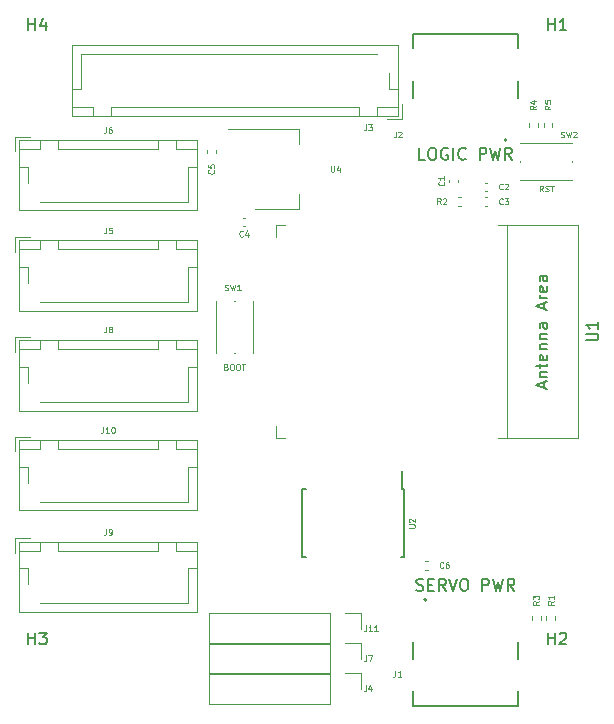
<source format=gbr>
%TF.GenerationSoftware,KiCad,Pcbnew,(6.0.0-0)*%
%TF.CreationDate,2022-12-18T13:40:03+01:00*%
%TF.ProjectId,ProtoBoardSE,50726f74-6f42-46f6-9172-6453452e6b69,rev?*%
%TF.SameCoordinates,Original*%
%TF.FileFunction,Legend,Top*%
%TF.FilePolarity,Positive*%
%FSLAX46Y46*%
G04 Gerber Fmt 4.6, Leading zero omitted, Abs format (unit mm)*
G04 Created by KiCad (PCBNEW (6.0.0-0)) date 2022-12-18 13:40:03*
%MOMM*%
%LPD*%
G01*
G04 APERTURE LIST*
%ADD10C,0.100000*%
%ADD11C,0.150000*%
%ADD12C,0.120000*%
%ADD13C,0.127000*%
%ADD14C,0.200000*%
G04 APERTURE END LIST*
D10*
X178010428Y-57749285D02*
X178081857Y-57773095D01*
X178105666Y-57796904D01*
X178129476Y-57844523D01*
X178129476Y-57915952D01*
X178105666Y-57963571D01*
X178081857Y-57987380D01*
X178034238Y-58011190D01*
X177843761Y-58011190D01*
X177843761Y-57511190D01*
X178010428Y-57511190D01*
X178058047Y-57535000D01*
X178081857Y-57558809D01*
X178105666Y-57606428D01*
X178105666Y-57654047D01*
X178081857Y-57701666D01*
X178058047Y-57725476D01*
X178010428Y-57749285D01*
X177843761Y-57749285D01*
X178439000Y-57511190D02*
X178534238Y-57511190D01*
X178581857Y-57535000D01*
X178629476Y-57582619D01*
X178653285Y-57677857D01*
X178653285Y-57844523D01*
X178629476Y-57939761D01*
X178581857Y-57987380D01*
X178534238Y-58011190D01*
X178439000Y-58011190D01*
X178391380Y-57987380D01*
X178343761Y-57939761D01*
X178319952Y-57844523D01*
X178319952Y-57677857D01*
X178343761Y-57582619D01*
X178391380Y-57535000D01*
X178439000Y-57511190D01*
X178962809Y-57511190D02*
X179058047Y-57511190D01*
X179105666Y-57535000D01*
X179153285Y-57582619D01*
X179177095Y-57677857D01*
X179177095Y-57844523D01*
X179153285Y-57939761D01*
X179105666Y-57987380D01*
X179058047Y-58011190D01*
X178962809Y-58011190D01*
X178915190Y-57987380D01*
X178867571Y-57939761D01*
X178843761Y-57844523D01*
X178843761Y-57677857D01*
X178867571Y-57582619D01*
X178915190Y-57535000D01*
X178962809Y-57511190D01*
X179319952Y-57511190D02*
X179605666Y-57511190D01*
X179462809Y-58011190D02*
X179462809Y-57511190D01*
D11*
X194842238Y-40203380D02*
X194366047Y-40203380D01*
X194366047Y-39203380D01*
X195366047Y-39203380D02*
X195556523Y-39203380D01*
X195651761Y-39251000D01*
X195747000Y-39346238D01*
X195794619Y-39536714D01*
X195794619Y-39870047D01*
X195747000Y-40060523D01*
X195651761Y-40155761D01*
X195556523Y-40203380D01*
X195366047Y-40203380D01*
X195270809Y-40155761D01*
X195175571Y-40060523D01*
X195127952Y-39870047D01*
X195127952Y-39536714D01*
X195175571Y-39346238D01*
X195270809Y-39251000D01*
X195366047Y-39203380D01*
X196747000Y-39251000D02*
X196651761Y-39203380D01*
X196508904Y-39203380D01*
X196366047Y-39251000D01*
X196270809Y-39346238D01*
X196223190Y-39441476D01*
X196175571Y-39631952D01*
X196175571Y-39774809D01*
X196223190Y-39965285D01*
X196270809Y-40060523D01*
X196366047Y-40155761D01*
X196508904Y-40203380D01*
X196604142Y-40203380D01*
X196747000Y-40155761D01*
X196794619Y-40108142D01*
X196794619Y-39774809D01*
X196604142Y-39774809D01*
X197223190Y-40203380D02*
X197223190Y-39203380D01*
X198270809Y-40108142D02*
X198223190Y-40155761D01*
X198080333Y-40203380D01*
X197985095Y-40203380D01*
X197842238Y-40155761D01*
X197747000Y-40060523D01*
X197699380Y-39965285D01*
X197651761Y-39774809D01*
X197651761Y-39631952D01*
X197699380Y-39441476D01*
X197747000Y-39346238D01*
X197842238Y-39251000D01*
X197985095Y-39203380D01*
X198080333Y-39203380D01*
X198223190Y-39251000D01*
X198270809Y-39298619D01*
X199461285Y-40203380D02*
X199461285Y-39203380D01*
X199842238Y-39203380D01*
X199937476Y-39251000D01*
X199985095Y-39298619D01*
X200032714Y-39393857D01*
X200032714Y-39536714D01*
X199985095Y-39631952D01*
X199937476Y-39679571D01*
X199842238Y-39727190D01*
X199461285Y-39727190D01*
X200366047Y-39203380D02*
X200604142Y-40203380D01*
X200794619Y-39489095D01*
X200985095Y-40203380D01*
X201223190Y-39203380D01*
X202175571Y-40203380D02*
X201842238Y-39727190D01*
X201604142Y-40203380D02*
X201604142Y-39203380D01*
X201985095Y-39203380D01*
X202080333Y-39251000D01*
X202127952Y-39298619D01*
X202175571Y-39393857D01*
X202175571Y-39536714D01*
X202127952Y-39631952D01*
X202080333Y-39679571D01*
X201985095Y-39727190D01*
X201604142Y-39727190D01*
D10*
X204831190Y-42898190D02*
X204664523Y-42660095D01*
X204545476Y-42898190D02*
X204545476Y-42398190D01*
X204735952Y-42398190D01*
X204783571Y-42422000D01*
X204807380Y-42445809D01*
X204831190Y-42493428D01*
X204831190Y-42564857D01*
X204807380Y-42612476D01*
X204783571Y-42636285D01*
X204735952Y-42660095D01*
X204545476Y-42660095D01*
X205021666Y-42874380D02*
X205093095Y-42898190D01*
X205212142Y-42898190D01*
X205259761Y-42874380D01*
X205283571Y-42850571D01*
X205307380Y-42802952D01*
X205307380Y-42755333D01*
X205283571Y-42707714D01*
X205259761Y-42683904D01*
X205212142Y-42660095D01*
X205116904Y-42636285D01*
X205069285Y-42612476D01*
X205045476Y-42588666D01*
X205021666Y-42541047D01*
X205021666Y-42493428D01*
X205045476Y-42445809D01*
X205069285Y-42422000D01*
X205116904Y-42398190D01*
X205235952Y-42398190D01*
X205307380Y-42422000D01*
X205450238Y-42398190D02*
X205735952Y-42398190D01*
X205593095Y-42898190D02*
X205593095Y-42398190D01*
D11*
X194107142Y-76654761D02*
X194250000Y-76702380D01*
X194488095Y-76702380D01*
X194583333Y-76654761D01*
X194630952Y-76607142D01*
X194678571Y-76511904D01*
X194678571Y-76416666D01*
X194630952Y-76321428D01*
X194583333Y-76273809D01*
X194488095Y-76226190D01*
X194297619Y-76178571D01*
X194202380Y-76130952D01*
X194154761Y-76083333D01*
X194107142Y-75988095D01*
X194107142Y-75892857D01*
X194154761Y-75797619D01*
X194202380Y-75750000D01*
X194297619Y-75702380D01*
X194535714Y-75702380D01*
X194678571Y-75750000D01*
X195107142Y-76178571D02*
X195440476Y-76178571D01*
X195583333Y-76702380D02*
X195107142Y-76702380D01*
X195107142Y-75702380D01*
X195583333Y-75702380D01*
X196583333Y-76702380D02*
X196250000Y-76226190D01*
X196011904Y-76702380D02*
X196011904Y-75702380D01*
X196392857Y-75702380D01*
X196488095Y-75750000D01*
X196535714Y-75797619D01*
X196583333Y-75892857D01*
X196583333Y-76035714D01*
X196535714Y-76130952D01*
X196488095Y-76178571D01*
X196392857Y-76226190D01*
X196011904Y-76226190D01*
X196869047Y-75702380D02*
X197202380Y-76702380D01*
X197535714Y-75702380D01*
X198059523Y-75702380D02*
X198250000Y-75702380D01*
X198345238Y-75750000D01*
X198440476Y-75845238D01*
X198488095Y-76035714D01*
X198488095Y-76369047D01*
X198440476Y-76559523D01*
X198345238Y-76654761D01*
X198250000Y-76702380D01*
X198059523Y-76702380D01*
X197964285Y-76654761D01*
X197869047Y-76559523D01*
X197821428Y-76369047D01*
X197821428Y-76035714D01*
X197869047Y-75845238D01*
X197964285Y-75750000D01*
X198059523Y-75702380D01*
X199678571Y-76702380D02*
X199678571Y-75702380D01*
X200059523Y-75702380D01*
X200154761Y-75750000D01*
X200202380Y-75797619D01*
X200250000Y-75892857D01*
X200250000Y-76035714D01*
X200202380Y-76130952D01*
X200154761Y-76178571D01*
X200059523Y-76226190D01*
X199678571Y-76226190D01*
X200583333Y-75702380D02*
X200821428Y-76702380D01*
X201011904Y-75988095D01*
X201202380Y-76702380D01*
X201440476Y-75702380D01*
X202392857Y-76702380D02*
X202059523Y-76226190D01*
X201821428Y-76702380D02*
X201821428Y-75702380D01*
X202202380Y-75702380D01*
X202297619Y-75750000D01*
X202345238Y-75797619D01*
X202392857Y-75892857D01*
X202392857Y-76035714D01*
X202345238Y-76130952D01*
X202297619Y-76178571D01*
X202202380Y-76226190D01*
X201821428Y-76226190D01*
%TO.C,H4*%
X161238095Y-29252380D02*
X161238095Y-28252380D01*
X161238095Y-28728571D02*
X161809523Y-28728571D01*
X161809523Y-29252380D02*
X161809523Y-28252380D01*
X162714285Y-28585714D02*
X162714285Y-29252380D01*
X162476190Y-28204761D02*
X162238095Y-28919047D01*
X162857142Y-28919047D01*
%TO.C,H3*%
X161238095Y-81252380D02*
X161238095Y-80252380D01*
X161238095Y-80728571D02*
X161809523Y-80728571D01*
X161809523Y-81252380D02*
X161809523Y-80252380D01*
X162190476Y-80252380D02*
X162809523Y-80252380D01*
X162476190Y-80633333D01*
X162619047Y-80633333D01*
X162714285Y-80680952D01*
X162761904Y-80728571D01*
X162809523Y-80823809D01*
X162809523Y-81061904D01*
X162761904Y-81157142D01*
X162714285Y-81204761D01*
X162619047Y-81252380D01*
X162333333Y-81252380D01*
X162238095Y-81204761D01*
X162190476Y-81157142D01*
%TO.C,H2*%
X205238095Y-81252380D02*
X205238095Y-80252380D01*
X205238095Y-80728571D02*
X205809523Y-80728571D01*
X205809523Y-81252380D02*
X205809523Y-80252380D01*
X206238095Y-80347619D02*
X206285714Y-80300000D01*
X206380952Y-80252380D01*
X206619047Y-80252380D01*
X206714285Y-80300000D01*
X206761904Y-80347619D01*
X206809523Y-80442857D01*
X206809523Y-80538095D01*
X206761904Y-80680952D01*
X206190476Y-81252380D01*
X206809523Y-81252380D01*
%TO.C,H1*%
X205238095Y-29252380D02*
X205238095Y-28252380D01*
X205238095Y-28728571D02*
X205809523Y-28728571D01*
X205809523Y-29252380D02*
X205809523Y-28252380D01*
X206809523Y-29252380D02*
X206238095Y-29252380D01*
X206523809Y-29252380D02*
X206523809Y-28252380D01*
X206428571Y-28395238D01*
X206333333Y-28490476D01*
X206238095Y-28538095D01*
D10*
%TO.C,J5*%
X167833333Y-45954190D02*
X167833333Y-46311333D01*
X167809523Y-46382761D01*
X167761904Y-46430380D01*
X167690476Y-46454190D01*
X167642857Y-46454190D01*
X168309523Y-45954190D02*
X168071428Y-45954190D01*
X168047619Y-46192285D01*
X168071428Y-46168476D01*
X168119047Y-46144666D01*
X168238095Y-46144666D01*
X168285714Y-46168476D01*
X168309523Y-46192285D01*
X168333333Y-46239904D01*
X168333333Y-46358952D01*
X168309523Y-46406571D01*
X168285714Y-46430380D01*
X168238095Y-46454190D01*
X168119047Y-46454190D01*
X168071428Y-46430380D01*
X168047619Y-46406571D01*
%TO.C,C3*%
X201416666Y-43928571D02*
X201392857Y-43952380D01*
X201321428Y-43976190D01*
X201273809Y-43976190D01*
X201202380Y-43952380D01*
X201154761Y-43904761D01*
X201130952Y-43857142D01*
X201107142Y-43761904D01*
X201107142Y-43690476D01*
X201130952Y-43595238D01*
X201154761Y-43547619D01*
X201202380Y-43500000D01*
X201273809Y-43476190D01*
X201321428Y-43476190D01*
X201392857Y-43500000D01*
X201416666Y-43523809D01*
X201583333Y-43476190D02*
X201892857Y-43476190D01*
X201726190Y-43666666D01*
X201797619Y-43666666D01*
X201845238Y-43690476D01*
X201869047Y-43714285D01*
X201892857Y-43761904D01*
X201892857Y-43880952D01*
X201869047Y-43928571D01*
X201845238Y-43952380D01*
X201797619Y-43976190D01*
X201654761Y-43976190D01*
X201607142Y-43952380D01*
X201583333Y-43928571D01*
%TO.C,C1*%
X196428571Y-42083333D02*
X196452380Y-42107142D01*
X196476190Y-42178571D01*
X196476190Y-42226190D01*
X196452380Y-42297619D01*
X196404761Y-42345238D01*
X196357142Y-42369047D01*
X196261904Y-42392857D01*
X196190476Y-42392857D01*
X196095238Y-42369047D01*
X196047619Y-42345238D01*
X196000000Y-42297619D01*
X195976190Y-42226190D01*
X195976190Y-42178571D01*
X196000000Y-42107142D01*
X196023809Y-42083333D01*
X196476190Y-41607142D02*
X196476190Y-41892857D01*
X196476190Y-41750000D02*
X195976190Y-41750000D01*
X196047619Y-41797619D01*
X196095238Y-41845238D01*
X196119047Y-41892857D01*
%TO.C,U4*%
X186869047Y-40726190D02*
X186869047Y-41130952D01*
X186892857Y-41178571D01*
X186916666Y-41202380D01*
X186964285Y-41226190D01*
X187059523Y-41226190D01*
X187107142Y-41202380D01*
X187130952Y-41178571D01*
X187154761Y-41130952D01*
X187154761Y-40726190D01*
X187607142Y-40892857D02*
X187607142Y-41226190D01*
X187488095Y-40702380D02*
X187369047Y-41059523D01*
X187678571Y-41059523D01*
%TO.C,J1*%
X192333333Y-83476190D02*
X192333333Y-83833333D01*
X192309523Y-83904761D01*
X192261904Y-83952380D01*
X192190476Y-83976190D01*
X192142857Y-83976190D01*
X192833333Y-83976190D02*
X192547619Y-83976190D01*
X192690476Y-83976190D02*
X192690476Y-83476190D01*
X192642857Y-83547619D01*
X192595238Y-83595238D01*
X192547619Y-83619047D01*
%TO.C,J10*%
X167595238Y-62845190D02*
X167595238Y-63202333D01*
X167571428Y-63273761D01*
X167523809Y-63321380D01*
X167452380Y-63345190D01*
X167404761Y-63345190D01*
X168095238Y-63345190D02*
X167809523Y-63345190D01*
X167952380Y-63345190D02*
X167952380Y-62845190D01*
X167904761Y-62916619D01*
X167857142Y-62964238D01*
X167809523Y-62988047D01*
X168404761Y-62845190D02*
X168452380Y-62845190D01*
X168500000Y-62869000D01*
X168523809Y-62892809D01*
X168547619Y-62940428D01*
X168571428Y-63035666D01*
X168571428Y-63154714D01*
X168547619Y-63249952D01*
X168523809Y-63297571D01*
X168500000Y-63321380D01*
X168452380Y-63345190D01*
X168404761Y-63345190D01*
X168357142Y-63321380D01*
X168333333Y-63297571D01*
X168309523Y-63249952D01*
X168285714Y-63154714D01*
X168285714Y-63035666D01*
X168309523Y-62940428D01*
X168333333Y-62892809D01*
X168357142Y-62869000D01*
X168404761Y-62845190D01*
%TO.C,SW1*%
X177895333Y-51256380D02*
X177966761Y-51280190D01*
X178085809Y-51280190D01*
X178133428Y-51256380D01*
X178157238Y-51232571D01*
X178181047Y-51184952D01*
X178181047Y-51137333D01*
X178157238Y-51089714D01*
X178133428Y-51065904D01*
X178085809Y-51042095D01*
X177990571Y-51018285D01*
X177942952Y-50994476D01*
X177919142Y-50970666D01*
X177895333Y-50923047D01*
X177895333Y-50875428D01*
X177919142Y-50827809D01*
X177942952Y-50804000D01*
X177990571Y-50780190D01*
X178109619Y-50780190D01*
X178181047Y-50804000D01*
X178347714Y-50780190D02*
X178466761Y-51280190D01*
X178562000Y-50923047D01*
X178657238Y-51280190D01*
X178776285Y-50780190D01*
X179228666Y-51280190D02*
X178942952Y-51280190D01*
X179085809Y-51280190D02*
X179085809Y-50780190D01*
X179038190Y-50851619D01*
X178990571Y-50899238D01*
X178942952Y-50923047D01*
%TO.C,J7*%
X189833333Y-82186190D02*
X189833333Y-82543333D01*
X189809523Y-82614761D01*
X189761904Y-82662380D01*
X189690476Y-82686190D01*
X189642857Y-82686190D01*
X190023809Y-82186190D02*
X190357142Y-82186190D01*
X190142857Y-82686190D01*
%TO.C,J11*%
X189845238Y-79646190D02*
X189845238Y-80003333D01*
X189821428Y-80074761D01*
X189773809Y-80122380D01*
X189702380Y-80146190D01*
X189654761Y-80146190D01*
X190345238Y-80146190D02*
X190059523Y-80146190D01*
X190202380Y-80146190D02*
X190202380Y-79646190D01*
X190154761Y-79717619D01*
X190107142Y-79765238D01*
X190059523Y-79789047D01*
X190821428Y-80146190D02*
X190535714Y-80146190D01*
X190678571Y-80146190D02*
X190678571Y-79646190D01*
X190630952Y-79717619D01*
X190583333Y-79765238D01*
X190535714Y-79789047D01*
%TO.C,U2*%
X193476190Y-71380952D02*
X193880952Y-71380952D01*
X193928571Y-71357142D01*
X193952380Y-71333333D01*
X193976190Y-71285714D01*
X193976190Y-71190476D01*
X193952380Y-71142857D01*
X193928571Y-71119047D01*
X193880952Y-71095238D01*
X193476190Y-71095238D01*
X193523809Y-70880952D02*
X193500000Y-70857142D01*
X193476190Y-70809523D01*
X193476190Y-70690476D01*
X193500000Y-70642857D01*
X193523809Y-70619047D01*
X193571428Y-70595238D01*
X193619047Y-70595238D01*
X193690476Y-70619047D01*
X193976190Y-70904761D01*
X193976190Y-70595238D01*
%TO.C,R1*%
X205726190Y-77583333D02*
X205488095Y-77750000D01*
X205726190Y-77869047D02*
X205226190Y-77869047D01*
X205226190Y-77678571D01*
X205250000Y-77630952D01*
X205273809Y-77607142D01*
X205321428Y-77583333D01*
X205392857Y-77583333D01*
X205440476Y-77607142D01*
X205464285Y-77630952D01*
X205488095Y-77678571D01*
X205488095Y-77869047D01*
X205726190Y-77107142D02*
X205726190Y-77392857D01*
X205726190Y-77250000D02*
X205226190Y-77250000D01*
X205297619Y-77297619D01*
X205345238Y-77345238D01*
X205369047Y-77392857D01*
%TO.C,R2*%
X196166666Y-43976190D02*
X196000000Y-43738095D01*
X195880952Y-43976190D02*
X195880952Y-43476190D01*
X196071428Y-43476190D01*
X196119047Y-43500000D01*
X196142857Y-43523809D01*
X196166666Y-43571428D01*
X196166666Y-43642857D01*
X196142857Y-43690476D01*
X196119047Y-43714285D01*
X196071428Y-43738095D01*
X195880952Y-43738095D01*
X196357142Y-43523809D02*
X196380952Y-43500000D01*
X196428571Y-43476190D01*
X196547619Y-43476190D01*
X196595238Y-43500000D01*
X196619047Y-43523809D01*
X196642857Y-43571428D01*
X196642857Y-43619047D01*
X196619047Y-43690476D01*
X196333333Y-43976190D01*
X196642857Y-43976190D01*
%TO.C,C4*%
X179416666Y-46678571D02*
X179392857Y-46702380D01*
X179321428Y-46726190D01*
X179273809Y-46726190D01*
X179202380Y-46702380D01*
X179154761Y-46654761D01*
X179130952Y-46607142D01*
X179107142Y-46511904D01*
X179107142Y-46440476D01*
X179130952Y-46345238D01*
X179154761Y-46297619D01*
X179202380Y-46250000D01*
X179273809Y-46226190D01*
X179321428Y-46226190D01*
X179392857Y-46250000D01*
X179416666Y-46273809D01*
X179845238Y-46392857D02*
X179845238Y-46726190D01*
X179726190Y-46202380D02*
X179607142Y-46559523D01*
X179916666Y-46559523D01*
%TO.C,SW2*%
X206343333Y-38302380D02*
X206414761Y-38326190D01*
X206533809Y-38326190D01*
X206581428Y-38302380D01*
X206605238Y-38278571D01*
X206629047Y-38230952D01*
X206629047Y-38183333D01*
X206605238Y-38135714D01*
X206581428Y-38111904D01*
X206533809Y-38088095D01*
X206438571Y-38064285D01*
X206390952Y-38040476D01*
X206367142Y-38016666D01*
X206343333Y-37969047D01*
X206343333Y-37921428D01*
X206367142Y-37873809D01*
X206390952Y-37850000D01*
X206438571Y-37826190D01*
X206557619Y-37826190D01*
X206629047Y-37850000D01*
X206795714Y-37826190D02*
X206914761Y-38326190D01*
X207010000Y-37969047D01*
X207105238Y-38326190D01*
X207224285Y-37826190D01*
X207390952Y-37873809D02*
X207414761Y-37850000D01*
X207462380Y-37826190D01*
X207581428Y-37826190D01*
X207629047Y-37850000D01*
X207652857Y-37873809D01*
X207676666Y-37921428D01*
X207676666Y-37969047D01*
X207652857Y-38040476D01*
X207367142Y-38326190D01*
X207676666Y-38326190D01*
%TO.C,J6*%
X167833333Y-37445190D02*
X167833333Y-37802333D01*
X167809523Y-37873761D01*
X167761904Y-37921380D01*
X167690476Y-37945190D01*
X167642857Y-37945190D01*
X168285714Y-37445190D02*
X168190476Y-37445190D01*
X168142857Y-37469000D01*
X168119047Y-37492809D01*
X168071428Y-37564238D01*
X168047619Y-37659476D01*
X168047619Y-37849952D01*
X168071428Y-37897571D01*
X168095238Y-37921380D01*
X168142857Y-37945190D01*
X168238095Y-37945190D01*
X168285714Y-37921380D01*
X168309523Y-37897571D01*
X168333333Y-37849952D01*
X168333333Y-37730904D01*
X168309523Y-37683285D01*
X168285714Y-37659476D01*
X168238095Y-37635666D01*
X168142857Y-37635666D01*
X168095238Y-37659476D01*
X168071428Y-37683285D01*
X168047619Y-37730904D01*
%TO.C,J2*%
X192365333Y-37826190D02*
X192365333Y-38183333D01*
X192341523Y-38254761D01*
X192293904Y-38302380D01*
X192222476Y-38326190D01*
X192174857Y-38326190D01*
X192579619Y-37873809D02*
X192603428Y-37850000D01*
X192651047Y-37826190D01*
X192770095Y-37826190D01*
X192817714Y-37850000D01*
X192841523Y-37873809D01*
X192865333Y-37921428D01*
X192865333Y-37969047D01*
X192841523Y-38040476D01*
X192555809Y-38326190D01*
X192865333Y-38326190D01*
%TO.C,R5*%
X205458190Y-35643333D02*
X205220095Y-35810000D01*
X205458190Y-35929047D02*
X204958190Y-35929047D01*
X204958190Y-35738571D01*
X204982000Y-35690952D01*
X205005809Y-35667142D01*
X205053428Y-35643333D01*
X205124857Y-35643333D01*
X205172476Y-35667142D01*
X205196285Y-35690952D01*
X205220095Y-35738571D01*
X205220095Y-35929047D01*
X204958190Y-35190952D02*
X204958190Y-35429047D01*
X205196285Y-35452857D01*
X205172476Y-35429047D01*
X205148666Y-35381428D01*
X205148666Y-35262380D01*
X205172476Y-35214761D01*
X205196285Y-35190952D01*
X205243904Y-35167142D01*
X205362952Y-35167142D01*
X205410571Y-35190952D01*
X205434380Y-35214761D01*
X205458190Y-35262380D01*
X205458190Y-35381428D01*
X205434380Y-35429047D01*
X205410571Y-35452857D01*
%TO.C,R4*%
X204226190Y-35643333D02*
X203988095Y-35810000D01*
X204226190Y-35929047D02*
X203726190Y-35929047D01*
X203726190Y-35738571D01*
X203750000Y-35690952D01*
X203773809Y-35667142D01*
X203821428Y-35643333D01*
X203892857Y-35643333D01*
X203940476Y-35667142D01*
X203964285Y-35690952D01*
X203988095Y-35738571D01*
X203988095Y-35929047D01*
X203892857Y-35214761D02*
X204226190Y-35214761D01*
X203702380Y-35333809D02*
X204059523Y-35452857D01*
X204059523Y-35143333D01*
%TO.C,J4*%
X189833333Y-84726190D02*
X189833333Y-85083333D01*
X189809523Y-85154761D01*
X189761904Y-85202380D01*
X189690476Y-85226190D01*
X189642857Y-85226190D01*
X190285714Y-84892857D02*
X190285714Y-85226190D01*
X190166666Y-84702380D02*
X190047619Y-85059523D01*
X190357142Y-85059523D01*
%TO.C,J3*%
X189833333Y-37226190D02*
X189833333Y-37583333D01*
X189809523Y-37654761D01*
X189761904Y-37702380D01*
X189690476Y-37726190D01*
X189642857Y-37726190D01*
X190023809Y-37226190D02*
X190333333Y-37226190D01*
X190166666Y-37416666D01*
X190238095Y-37416666D01*
X190285714Y-37440476D01*
X190309523Y-37464285D01*
X190333333Y-37511904D01*
X190333333Y-37630952D01*
X190309523Y-37678571D01*
X190285714Y-37702380D01*
X190238095Y-37726190D01*
X190095238Y-37726190D01*
X190047619Y-37702380D01*
X190023809Y-37678571D01*
D11*
%TO.C,U1*%
X208502380Y-55511904D02*
X209311904Y-55511904D01*
X209407142Y-55464285D01*
X209454761Y-55416666D01*
X209502380Y-55321428D01*
X209502380Y-55130952D01*
X209454761Y-55035714D01*
X209407142Y-54988095D01*
X209311904Y-54940476D01*
X208502380Y-54940476D01*
X209502380Y-53940476D02*
X209502380Y-54511904D01*
X209502380Y-54226190D02*
X208502380Y-54226190D01*
X208645238Y-54321428D01*
X208740476Y-54416666D01*
X208788095Y-54511904D01*
X204916666Y-59511904D02*
X204916666Y-59035714D01*
X205202380Y-59607142D02*
X204202380Y-59273809D01*
X205202380Y-58940476D01*
X204535714Y-58607142D02*
X205202380Y-58607142D01*
X204630952Y-58607142D02*
X204583333Y-58559523D01*
X204535714Y-58464285D01*
X204535714Y-58321428D01*
X204583333Y-58226190D01*
X204678571Y-58178571D01*
X205202380Y-58178571D01*
X204535714Y-57845238D02*
X204535714Y-57464285D01*
X204202380Y-57702380D02*
X205059523Y-57702380D01*
X205154761Y-57654761D01*
X205202380Y-57559523D01*
X205202380Y-57464285D01*
X205154761Y-56750000D02*
X205202380Y-56845238D01*
X205202380Y-57035714D01*
X205154761Y-57130952D01*
X205059523Y-57178571D01*
X204678571Y-57178571D01*
X204583333Y-57130952D01*
X204535714Y-57035714D01*
X204535714Y-56845238D01*
X204583333Y-56750000D01*
X204678571Y-56702380D01*
X204773809Y-56702380D01*
X204869047Y-57178571D01*
X204535714Y-56273809D02*
X205202380Y-56273809D01*
X204630952Y-56273809D02*
X204583333Y-56226190D01*
X204535714Y-56130952D01*
X204535714Y-55988095D01*
X204583333Y-55892857D01*
X204678571Y-55845238D01*
X205202380Y-55845238D01*
X204535714Y-55369047D02*
X205202380Y-55369047D01*
X204630952Y-55369047D02*
X204583333Y-55321428D01*
X204535714Y-55226190D01*
X204535714Y-55083333D01*
X204583333Y-54988095D01*
X204678571Y-54940476D01*
X205202380Y-54940476D01*
X205202380Y-54035714D02*
X204678571Y-54035714D01*
X204583333Y-54083333D01*
X204535714Y-54178571D01*
X204535714Y-54369047D01*
X204583333Y-54464285D01*
X205154761Y-54035714D02*
X205202380Y-54130952D01*
X205202380Y-54369047D01*
X205154761Y-54464285D01*
X205059523Y-54511904D01*
X204964285Y-54511904D01*
X204869047Y-54464285D01*
X204821428Y-54369047D01*
X204821428Y-54130952D01*
X204773809Y-54035714D01*
X204916666Y-52845238D02*
X204916666Y-52369047D01*
X205202380Y-52940476D02*
X204202380Y-52607142D01*
X205202380Y-52273809D01*
X205202380Y-51940476D02*
X204535714Y-51940476D01*
X204726190Y-51940476D02*
X204630952Y-51892857D01*
X204583333Y-51845238D01*
X204535714Y-51750000D01*
X204535714Y-51654761D01*
X205154761Y-50940476D02*
X205202380Y-51035714D01*
X205202380Y-51226190D01*
X205154761Y-51321428D01*
X205059523Y-51369047D01*
X204678571Y-51369047D01*
X204583333Y-51321428D01*
X204535714Y-51226190D01*
X204535714Y-51035714D01*
X204583333Y-50940476D01*
X204678571Y-50892857D01*
X204773809Y-50892857D01*
X204869047Y-51369047D01*
X205202380Y-50035714D02*
X204678571Y-50035714D01*
X204583333Y-50083333D01*
X204535714Y-50178571D01*
X204535714Y-50369047D01*
X204583333Y-50464285D01*
X205154761Y-50035714D02*
X205202380Y-50130952D01*
X205202380Y-50369047D01*
X205154761Y-50464285D01*
X205059523Y-50511904D01*
X204964285Y-50511904D01*
X204869047Y-50464285D01*
X204821428Y-50369047D01*
X204821428Y-50130952D01*
X204773809Y-50035714D01*
D10*
%TO.C,J8*%
X167833333Y-54336190D02*
X167833333Y-54693333D01*
X167809523Y-54764761D01*
X167761904Y-54812380D01*
X167690476Y-54836190D01*
X167642857Y-54836190D01*
X168142857Y-54550476D02*
X168095238Y-54526666D01*
X168071428Y-54502857D01*
X168047619Y-54455238D01*
X168047619Y-54431428D01*
X168071428Y-54383809D01*
X168095238Y-54360000D01*
X168142857Y-54336190D01*
X168238095Y-54336190D01*
X168285714Y-54360000D01*
X168309523Y-54383809D01*
X168333333Y-54431428D01*
X168333333Y-54455238D01*
X168309523Y-54502857D01*
X168285714Y-54526666D01*
X168238095Y-54550476D01*
X168142857Y-54550476D01*
X168095238Y-54574285D01*
X168071428Y-54598095D01*
X168047619Y-54645714D01*
X168047619Y-54740952D01*
X168071428Y-54788571D01*
X168095238Y-54812380D01*
X168142857Y-54836190D01*
X168238095Y-54836190D01*
X168285714Y-54812380D01*
X168309523Y-54788571D01*
X168333333Y-54740952D01*
X168333333Y-54645714D01*
X168309523Y-54598095D01*
X168285714Y-54574285D01*
X168238095Y-54550476D01*
%TO.C,R3*%
X204476190Y-77583333D02*
X204238095Y-77750000D01*
X204476190Y-77869047D02*
X203976190Y-77869047D01*
X203976190Y-77678571D01*
X204000000Y-77630952D01*
X204023809Y-77607142D01*
X204071428Y-77583333D01*
X204142857Y-77583333D01*
X204190476Y-77607142D01*
X204214285Y-77630952D01*
X204238095Y-77678571D01*
X204238095Y-77869047D01*
X203976190Y-77416666D02*
X203976190Y-77107142D01*
X204166666Y-77273809D01*
X204166666Y-77202380D01*
X204190476Y-77154761D01*
X204214285Y-77130952D01*
X204261904Y-77107142D01*
X204380952Y-77107142D01*
X204428571Y-77130952D01*
X204452380Y-77154761D01*
X204476190Y-77202380D01*
X204476190Y-77345238D01*
X204452380Y-77392857D01*
X204428571Y-77416666D01*
%TO.C,J9*%
X167833333Y-71481190D02*
X167833333Y-71838333D01*
X167809523Y-71909761D01*
X167761904Y-71957380D01*
X167690476Y-71981190D01*
X167642857Y-71981190D01*
X168095238Y-71981190D02*
X168190476Y-71981190D01*
X168238095Y-71957380D01*
X168261904Y-71933571D01*
X168309523Y-71862142D01*
X168333333Y-71766904D01*
X168333333Y-71576428D01*
X168309523Y-71528809D01*
X168285714Y-71505000D01*
X168238095Y-71481190D01*
X168142857Y-71481190D01*
X168095238Y-71505000D01*
X168071428Y-71528809D01*
X168047619Y-71576428D01*
X168047619Y-71695476D01*
X168071428Y-71743095D01*
X168095238Y-71766904D01*
X168142857Y-71790714D01*
X168238095Y-71790714D01*
X168285714Y-71766904D01*
X168309523Y-71743095D01*
X168333333Y-71695476D01*
%TO.C,C6*%
X196385666Y-74727571D02*
X196361857Y-74751380D01*
X196290428Y-74775190D01*
X196242809Y-74775190D01*
X196171380Y-74751380D01*
X196123761Y-74703761D01*
X196099952Y-74656142D01*
X196076142Y-74560904D01*
X196076142Y-74489476D01*
X196099952Y-74394238D01*
X196123761Y-74346619D01*
X196171380Y-74299000D01*
X196242809Y-74275190D01*
X196290428Y-74275190D01*
X196361857Y-74299000D01*
X196385666Y-74322809D01*
X196814238Y-74275190D02*
X196719000Y-74275190D01*
X196671380Y-74299000D01*
X196647571Y-74322809D01*
X196599952Y-74394238D01*
X196576142Y-74489476D01*
X196576142Y-74679952D01*
X196599952Y-74727571D01*
X196623761Y-74751380D01*
X196671380Y-74775190D01*
X196766619Y-74775190D01*
X196814238Y-74751380D01*
X196838047Y-74727571D01*
X196861857Y-74679952D01*
X196861857Y-74560904D01*
X196838047Y-74513285D01*
X196814238Y-74489476D01*
X196766619Y-74465666D01*
X196671380Y-74465666D01*
X196623761Y-74489476D01*
X196599952Y-74513285D01*
X196576142Y-74560904D01*
%TO.C,C2*%
X201416666Y-42678571D02*
X201392857Y-42702380D01*
X201321428Y-42726190D01*
X201273809Y-42726190D01*
X201202380Y-42702380D01*
X201154761Y-42654761D01*
X201130952Y-42607142D01*
X201107142Y-42511904D01*
X201107142Y-42440476D01*
X201130952Y-42345238D01*
X201154761Y-42297619D01*
X201202380Y-42250000D01*
X201273809Y-42226190D01*
X201321428Y-42226190D01*
X201392857Y-42250000D01*
X201416666Y-42273809D01*
X201607142Y-42273809D02*
X201630952Y-42250000D01*
X201678571Y-42226190D01*
X201797619Y-42226190D01*
X201845238Y-42250000D01*
X201869047Y-42273809D01*
X201892857Y-42321428D01*
X201892857Y-42369047D01*
X201869047Y-42440476D01*
X201583333Y-42726190D01*
X201892857Y-42726190D01*
%TO.C,C5*%
X176928571Y-41083333D02*
X176952380Y-41107142D01*
X176976190Y-41178571D01*
X176976190Y-41226190D01*
X176952380Y-41297619D01*
X176904761Y-41345238D01*
X176857142Y-41369047D01*
X176761904Y-41392857D01*
X176690476Y-41392857D01*
X176595238Y-41369047D01*
X176547619Y-41345238D01*
X176500000Y-41297619D01*
X176476190Y-41226190D01*
X176476190Y-41178571D01*
X176500000Y-41107142D01*
X176523809Y-41083333D01*
X176476190Y-40630952D02*
X176476190Y-40869047D01*
X176714285Y-40892857D01*
X176690476Y-40869047D01*
X176666666Y-40821428D01*
X176666666Y-40702380D01*
X176690476Y-40654761D01*
X176714285Y-40630952D01*
X176761904Y-40607142D01*
X176880952Y-40607142D01*
X176928571Y-40630952D01*
X176952380Y-40654761D01*
X176976190Y-40702380D01*
X176976190Y-40821428D01*
X176952380Y-40869047D01*
X176928571Y-40892857D01*
D12*
%TO.C,J5*%
X160150000Y-46750000D02*
X160150000Y-48000000D01*
X161400000Y-46750000D02*
X160150000Y-46750000D01*
X161200000Y-49300000D02*
X161200000Y-50640000D01*
X160440000Y-47040000D02*
X160440000Y-53010000D01*
X172250000Y-47800000D02*
X172250000Y-47050000D01*
X175560000Y-53010000D02*
X175560000Y-47040000D01*
X175550000Y-47050000D02*
X173750000Y-47050000D01*
X172250000Y-47050000D02*
X163750000Y-47050000D01*
X163750000Y-47800000D02*
X172250000Y-47800000D01*
X160450000Y-47800000D02*
X162250000Y-47800000D01*
X160440000Y-53010000D02*
X175560000Y-53010000D01*
X162250000Y-47800000D02*
X162250000Y-47050000D01*
X160450000Y-49300000D02*
X161200000Y-49300000D01*
X173750000Y-47050000D02*
X173750000Y-47800000D01*
X174800000Y-52250000D02*
X168000000Y-52250000D01*
X173750000Y-47800000D02*
X175550000Y-47800000D01*
X175560000Y-47040000D02*
X160440000Y-47040000D01*
X168000000Y-52250000D02*
X162260000Y-52250000D01*
X162250000Y-47050000D02*
X160450000Y-47050000D01*
X174800000Y-49300000D02*
X174800000Y-52250000D01*
X163750000Y-47050000D02*
X163750000Y-47800000D01*
X175550000Y-47800000D02*
X175550000Y-47050000D01*
X175550000Y-49300000D02*
X174800000Y-49300000D01*
X160450000Y-47050000D02*
X160450000Y-47800000D01*
%TO.C,C3*%
X199892164Y-43390000D02*
X200107836Y-43390000D01*
X199892164Y-44110000D02*
X200107836Y-44110000D01*
%TO.C,C1*%
X197610000Y-41892164D02*
X197610000Y-42107836D01*
X196890000Y-41892164D02*
X196890000Y-42107836D01*
%TO.C,U4*%
X184160000Y-44410000D02*
X184160000Y-43150000D01*
X184160000Y-37590000D02*
X184160000Y-38850000D01*
X180400000Y-44410000D02*
X184160000Y-44410000D01*
X178150000Y-37590000D02*
X184160000Y-37590000D01*
D13*
%TO.C,J1*%
X202720000Y-86462500D02*
X193780000Y-86462500D01*
X193780000Y-81052500D02*
X193780000Y-82492500D01*
X202720000Y-85232500D02*
X202720000Y-86462500D01*
X202720000Y-81052500D02*
X202720000Y-82492500D01*
X193780000Y-86462500D02*
X193780000Y-85232500D01*
D14*
X194950000Y-77462500D02*
G75*
G03*
X194950000Y-77462500I-100000J0D01*
G01*
D12*
%TO.C,J10*%
X175560000Y-63940000D02*
X160440000Y-63940000D01*
X161400000Y-63650000D02*
X160150000Y-63650000D01*
X161200000Y-66200000D02*
X161200000Y-67540000D01*
X160440000Y-69910000D02*
X175560000Y-69910000D01*
X160450000Y-66200000D02*
X161200000Y-66200000D01*
X175550000Y-63950000D02*
X173750000Y-63950000D01*
X160440000Y-63940000D02*
X160440000Y-69910000D01*
X162250000Y-64700000D02*
X162250000Y-63950000D01*
X160450000Y-64700000D02*
X162250000Y-64700000D01*
X175560000Y-69910000D02*
X175560000Y-63940000D01*
X160450000Y-63950000D02*
X160450000Y-64700000D01*
X163750000Y-63950000D02*
X163750000Y-64700000D01*
X174800000Y-66200000D02*
X174800000Y-69150000D01*
X172250000Y-63950000D02*
X163750000Y-63950000D01*
X168000000Y-69150000D02*
X162260000Y-69150000D01*
X162250000Y-63950000D02*
X160450000Y-63950000D01*
X163750000Y-64700000D02*
X172250000Y-64700000D01*
X173750000Y-64700000D02*
X175550000Y-64700000D01*
X175550000Y-64700000D02*
X175550000Y-63950000D01*
X174800000Y-69150000D02*
X168000000Y-69150000D01*
X175550000Y-66200000D02*
X174800000Y-66200000D01*
X172250000Y-64700000D02*
X172250000Y-63950000D01*
X160150000Y-63650000D02*
X160150000Y-64900000D01*
X173750000Y-63950000D02*
X173750000Y-64700000D01*
%TO.C,SW1*%
X178739000Y-52156000D02*
X178639000Y-52156000D01*
X177139000Y-52156000D02*
X177139000Y-56556000D01*
X180239000Y-56556000D02*
X180239000Y-52156000D01*
X178739000Y-56556000D02*
X178639000Y-56556000D01*
%TO.C,J7*%
X186805000Y-81130000D02*
X186805000Y-83790000D01*
X189405000Y-81130000D02*
X189405000Y-82460000D01*
X186805000Y-81130000D02*
X176585000Y-81130000D01*
X186805000Y-83790000D02*
X176585000Y-83790000D01*
X188075000Y-81130000D02*
X189405000Y-81130000D01*
X176585000Y-81130000D02*
X176585000Y-83790000D01*
%TO.C,J11*%
X186805000Y-78590000D02*
X186805000Y-81250000D01*
X188075000Y-78590000D02*
X189405000Y-78590000D01*
X186805000Y-78590000D02*
X176585000Y-78590000D01*
X189405000Y-78590000D02*
X189405000Y-79920000D01*
X176585000Y-78590000D02*
X176585000Y-81250000D01*
X186805000Y-81250000D02*
X176585000Y-81250000D01*
D11*
%TO.C,U2*%
X184425000Y-68125000D02*
X184425000Y-73875000D01*
X193075000Y-68125000D02*
X192850000Y-68125000D01*
X193075000Y-73875000D02*
X192775000Y-73875000D01*
X192850000Y-68125000D02*
X192850000Y-66525000D01*
X184425000Y-73875000D02*
X184725000Y-73875000D01*
X184425000Y-68125000D02*
X184725000Y-68125000D01*
X193075000Y-68125000D02*
X193075000Y-73875000D01*
D12*
%TO.C,R1*%
X205120000Y-78846359D02*
X205120000Y-79153641D01*
X205880000Y-78846359D02*
X205880000Y-79153641D01*
%TO.C,R2*%
X197903641Y-43370000D02*
X197596359Y-43370000D01*
X197903641Y-44130000D02*
X197596359Y-44130000D01*
%TO.C,C4*%
X179392164Y-45140000D02*
X179607836Y-45140000D01*
X179392164Y-45860000D02*
X179607836Y-45860000D01*
%TO.C,SW2*%
X207305000Y-38836000D02*
X202905000Y-38836000D01*
X207305000Y-40436000D02*
X207305000Y-40336000D01*
X202905000Y-40436000D02*
X202905000Y-40336000D01*
X202905000Y-41936000D02*
X207305000Y-41936000D01*
%TO.C,J6*%
X174800000Y-43750000D02*
X168000000Y-43750000D01*
X160450000Y-39300000D02*
X162250000Y-39300000D01*
X168000000Y-43750000D02*
X162260000Y-43750000D01*
X175560000Y-44510000D02*
X175560000Y-38540000D01*
X174800000Y-40800000D02*
X174800000Y-43750000D01*
X173750000Y-39300000D02*
X175550000Y-39300000D01*
X175550000Y-38550000D02*
X173750000Y-38550000D01*
X163750000Y-39300000D02*
X172250000Y-39300000D01*
X172250000Y-38550000D02*
X163750000Y-38550000D01*
X172250000Y-39300000D02*
X172250000Y-38550000D01*
X163750000Y-38550000D02*
X163750000Y-39300000D01*
X175550000Y-39300000D02*
X175550000Y-38550000D01*
X175550000Y-40800000D02*
X174800000Y-40800000D01*
X173750000Y-38550000D02*
X173750000Y-39300000D01*
X162250000Y-38550000D02*
X160450000Y-38550000D01*
X160440000Y-38540000D02*
X160440000Y-44510000D01*
X175560000Y-38540000D02*
X160440000Y-38540000D01*
X160150000Y-38250000D02*
X160150000Y-39500000D01*
X161400000Y-38250000D02*
X160150000Y-38250000D01*
X160450000Y-38550000D02*
X160450000Y-39300000D01*
X160440000Y-44510000D02*
X175560000Y-44510000D01*
X162250000Y-39300000D02*
X162250000Y-38550000D01*
X161200000Y-40800000D02*
X161200000Y-42140000D01*
X160450000Y-40800000D02*
X161200000Y-40800000D01*
D13*
%TO.C,J2*%
X202720000Y-29537500D02*
X202720000Y-30767500D01*
X193780000Y-34947500D02*
X193780000Y-33507500D01*
X193780000Y-29537500D02*
X202720000Y-29537500D01*
X202720000Y-34947500D02*
X202720000Y-33507500D01*
X193780000Y-30767500D02*
X193780000Y-29537500D01*
D14*
X201750000Y-38537500D02*
G75*
G03*
X201750000Y-38537500I-100000J0D01*
G01*
D12*
%TO.C,R5*%
X204870000Y-37096359D02*
X204870000Y-37403641D01*
X205630000Y-37096359D02*
X205630000Y-37403641D01*
%TO.C,R4*%
X204380000Y-37403641D02*
X204380000Y-37096359D01*
X203620000Y-37403641D02*
X203620000Y-37096359D01*
%TO.C,J4*%
X189405000Y-83670000D02*
X189405000Y-85000000D01*
X186805000Y-86330000D02*
X176585000Y-86330000D01*
X186805000Y-83670000D02*
X186805000Y-86330000D01*
X188075000Y-83670000D02*
X189405000Y-83670000D01*
X176585000Y-83670000D02*
X176585000Y-86330000D01*
X186805000Y-83670000D02*
X176585000Y-83670000D01*
%TO.C,J3*%
X164950000Y-34225000D02*
X165700000Y-34225000D01*
X166750000Y-36475000D02*
X166750000Y-35725000D01*
X192560000Y-30515000D02*
X164940000Y-30515000D01*
X178750000Y-31275000D02*
X190740000Y-31275000D01*
X164940000Y-36485000D02*
X192560000Y-36485000D01*
X165700000Y-34225000D02*
X165700000Y-31275000D01*
X192550000Y-35725000D02*
X190750000Y-35725000D01*
X192550000Y-36475000D02*
X192550000Y-35725000D01*
X165700000Y-31275000D02*
X178750000Y-31275000D01*
X164950000Y-36475000D02*
X166750000Y-36475000D01*
X190750000Y-35725000D02*
X190750000Y-36475000D01*
X164940000Y-30515000D02*
X164940000Y-36485000D01*
X166750000Y-35725000D02*
X164950000Y-35725000D01*
X191800000Y-34225000D02*
X191800000Y-32885000D01*
X190750000Y-36475000D02*
X192550000Y-36475000D01*
X164950000Y-35725000D02*
X164950000Y-36475000D01*
X189250000Y-35725000D02*
X168250000Y-35725000D01*
X168250000Y-35725000D02*
X168250000Y-36475000D01*
X191600000Y-36775000D02*
X192850000Y-36775000D01*
X192850000Y-36775000D02*
X192850000Y-35525000D01*
X192560000Y-36485000D02*
X192560000Y-30515000D01*
X189250000Y-36475000D02*
X189250000Y-35725000D01*
X168250000Y-36475000D02*
X189250000Y-36475000D01*
X192550000Y-34225000D02*
X191800000Y-34225000D01*
%TO.C,U1*%
X207750000Y-45750000D02*
X201000000Y-45750000D01*
X182250000Y-63750000D02*
X182250000Y-62750000D01*
X183000000Y-45750000D02*
X182250000Y-45750000D01*
X207750000Y-45750000D02*
X207750000Y-63750000D01*
X183000000Y-63750000D02*
X182250000Y-63750000D01*
X207750000Y-63750000D02*
X201000000Y-63750000D01*
X201810000Y-63750000D02*
X201810000Y-45750000D01*
X182250000Y-45750000D02*
X182250000Y-46750000D01*
%TO.C,J8*%
X175550000Y-57750000D02*
X174800000Y-57750000D01*
X160440000Y-55490000D02*
X160440000Y-61460000D01*
X172250000Y-55500000D02*
X163750000Y-55500000D01*
X162250000Y-55500000D02*
X160450000Y-55500000D01*
X175550000Y-56250000D02*
X175550000Y-55500000D01*
X163750000Y-55500000D02*
X163750000Y-56250000D01*
X160440000Y-61460000D02*
X175560000Y-61460000D01*
X160150000Y-55200000D02*
X160150000Y-56450000D01*
X175560000Y-55490000D02*
X160440000Y-55490000D01*
X163750000Y-56250000D02*
X172250000Y-56250000D01*
X172250000Y-56250000D02*
X172250000Y-55500000D01*
X160450000Y-56250000D02*
X162250000Y-56250000D01*
X160450000Y-57750000D02*
X161200000Y-57750000D01*
X173750000Y-55500000D02*
X173750000Y-56250000D01*
X175550000Y-55500000D02*
X173750000Y-55500000D01*
X174800000Y-60700000D02*
X168000000Y-60700000D01*
X160450000Y-55500000D02*
X160450000Y-56250000D01*
X162250000Y-56250000D02*
X162250000Y-55500000D01*
X168000000Y-60700000D02*
X162260000Y-60700000D01*
X174800000Y-57750000D02*
X174800000Y-60700000D01*
X161400000Y-55200000D02*
X160150000Y-55200000D01*
X161200000Y-57750000D02*
X161200000Y-59090000D01*
X173750000Y-56250000D02*
X175550000Y-56250000D01*
X175560000Y-61460000D02*
X175560000Y-55490000D01*
%TO.C,R3*%
X204630000Y-79153641D02*
X204630000Y-78846359D01*
X203870000Y-79153641D02*
X203870000Y-78846359D01*
%TO.C,J9*%
X162250000Y-72550000D02*
X160450000Y-72550000D01*
X174800000Y-74800000D02*
X174800000Y-77750000D01*
X162250000Y-73300000D02*
X162250000Y-72550000D01*
X160450000Y-73300000D02*
X162250000Y-73300000D01*
X160440000Y-78510000D02*
X175560000Y-78510000D01*
X173750000Y-73300000D02*
X175550000Y-73300000D01*
X172250000Y-73300000D02*
X172250000Y-72550000D01*
X175550000Y-74800000D02*
X174800000Y-74800000D01*
X160440000Y-72540000D02*
X160440000Y-78510000D01*
X173750000Y-72550000D02*
X173750000Y-73300000D01*
X175560000Y-72540000D02*
X160440000Y-72540000D01*
X174800000Y-77750000D02*
X168000000Y-77750000D01*
X160150000Y-72250000D02*
X160150000Y-73500000D01*
X160450000Y-72550000D02*
X160450000Y-73300000D01*
X160450000Y-74800000D02*
X161200000Y-74800000D01*
X172250000Y-72550000D02*
X163750000Y-72550000D01*
X163750000Y-72550000D02*
X163750000Y-73300000D01*
X161200000Y-74800000D02*
X161200000Y-76140000D01*
X175550000Y-72550000D02*
X173750000Y-72550000D01*
X175550000Y-73300000D02*
X175550000Y-72550000D01*
X163750000Y-73300000D02*
X172250000Y-73300000D01*
X168000000Y-77750000D02*
X162260000Y-77750000D01*
X175560000Y-78510000D02*
X175560000Y-72540000D01*
X161400000Y-72250000D02*
X160150000Y-72250000D01*
%TO.C,C6*%
X194837164Y-74909000D02*
X195052836Y-74909000D01*
X194837164Y-74189000D02*
X195052836Y-74189000D01*
%TO.C,C2*%
X199892164Y-42140000D02*
X200107836Y-42140000D01*
X199892164Y-42860000D02*
X200107836Y-42860000D01*
%TO.C,C5*%
X177110000Y-39607836D02*
X177110000Y-39392164D01*
X176390000Y-39607836D02*
X176390000Y-39392164D01*
%TD*%
M02*

</source>
